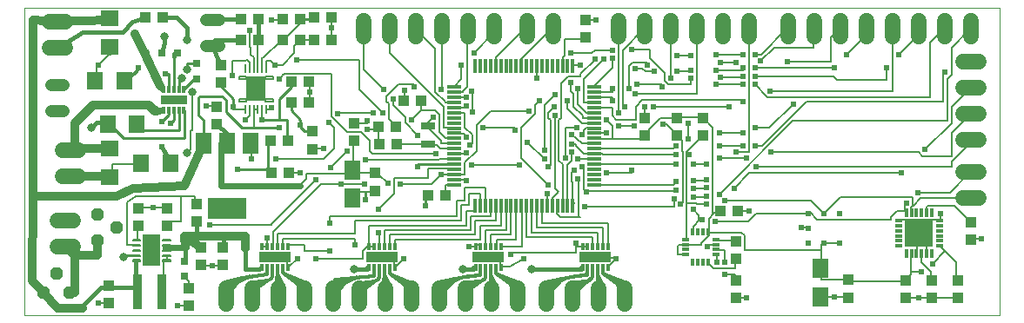
<source format=gtl>
G75*
%MOIN*%
%OFA0B0*%
%FSLAX24Y24*%
%IPPOS*%
%LPD*%
%AMOC8*
5,1,8,0,0,1.08239X$1,22.5*
%
%ADD10C,0.0000*%
%ADD11R,0.0120X0.0260*%
%ADD12R,0.0990X0.0370*%
%ADD13C,0.0220*%
%ADD14R,0.0709X0.0630*%
%ADD15R,0.0315X0.0315*%
%ADD16C,0.0480*%
%ADD17R,0.0630X0.0710*%
%ADD18C,0.0600*%
%ADD19R,0.0080X0.0330*%
%ADD20R,0.0770X0.0960*%
%ADD21C,0.0060*%
%ADD22R,0.0394X0.0433*%
%ADD23R,0.0433X0.0394*%
%ADD24R,0.0591X0.0768*%
%ADD25R,0.0118X0.0531*%
%ADD26R,0.0531X0.0118*%
%ADD27OC8,0.0480*%
%ADD28R,0.0650X0.1220*%
%ADD29C,0.0055*%
%ADD30C,0.0270*%
%ADD31R,0.0380X0.1320*%
%ADD32C,0.0591*%
%ADD33R,0.1220X0.0390*%
%ADD34R,0.0590X0.0790*%
%ADD35R,0.1500X0.0790*%
%ADD36R,0.0551X0.0276*%
%ADD37R,0.0236X0.0197*%
%ADD38R,0.0197X0.0236*%
%ADD39R,0.0315X0.0118*%
%ADD40R,0.0118X0.0315*%
%ADD41R,0.0315X0.0138*%
%ADD42R,0.0138X0.0335*%
%ADD43R,0.1102X0.1024*%
%ADD44C,0.0160*%
%ADD45C,0.0120*%
%ADD46C,0.0320*%
%ADD47C,0.0240*%
%ADD48C,0.0100*%
%ADD49C,0.0080*%
%ADD50C,0.0356*%
%ADD51C,0.0360*%
%ADD52C,0.0317*%
%ADD53C,0.0240*%
D10*
X000559Y000331D02*
X000559Y012142D01*
X037929Y012142D01*
X037929Y000331D01*
X000559Y000331D01*
D11*
X009669Y002171D03*
X009859Y002171D03*
X010059Y002171D03*
X010259Y002171D03*
X010459Y002171D03*
X010649Y002171D03*
X010649Y002971D03*
X010459Y002971D03*
X010259Y002971D03*
X010059Y002971D03*
X009859Y002971D03*
X009669Y002971D03*
X013769Y002971D03*
X013959Y002971D03*
X014159Y002971D03*
X014359Y002971D03*
X014559Y002971D03*
X014749Y002971D03*
X014749Y002171D03*
X014559Y002171D03*
X014359Y002171D03*
X014159Y002171D03*
X013959Y002171D03*
X013769Y002171D03*
X017849Y002181D03*
X018039Y002181D03*
X018239Y002181D03*
X018439Y002181D03*
X018639Y002181D03*
X018829Y002181D03*
X018829Y002981D03*
X018639Y002981D03*
X018439Y002981D03*
X018239Y002981D03*
X018039Y002981D03*
X017849Y002981D03*
X021949Y002971D03*
X022139Y002971D03*
X022339Y002971D03*
X022539Y002971D03*
X022739Y002971D03*
X022929Y002971D03*
X022929Y002171D03*
X022739Y002171D03*
X022539Y002171D03*
X022339Y002171D03*
X022139Y002171D03*
X021949Y002171D03*
X006672Y008209D03*
X006482Y008209D03*
X006282Y008209D03*
X006082Y008209D03*
X005892Y008209D03*
X005892Y009009D03*
X006082Y009009D03*
X006282Y009009D03*
X006482Y009009D03*
X006672Y009009D03*
D12*
X006282Y008609D03*
D13*
X006282Y008609D03*
X006592Y008609D03*
X005972Y008609D03*
X009267Y008720D03*
X009587Y008720D03*
X009587Y009030D03*
X009267Y009030D03*
X009267Y009340D03*
X009587Y009340D03*
D14*
X003809Y010625D03*
X003809Y011727D03*
X003809Y006727D03*
X003809Y005625D03*
D15*
X006699Y002416D03*
X006699Y001826D03*
X007149Y009400D03*
X007149Y009991D03*
X006414Y010416D03*
X005823Y010416D03*
D16*
X007528Y010653D02*
X008008Y010653D01*
X008008Y011653D02*
X007528Y011653D01*
X002069Y009176D02*
X001589Y009176D01*
X001589Y008176D02*
X002069Y008176D01*
D17*
X003749Y007676D03*
X004868Y007676D03*
X005029Y006156D03*
X006148Y006156D03*
X004388Y009336D03*
X003269Y009336D03*
D18*
X002129Y010596D02*
X001529Y010596D01*
X001529Y011596D02*
X002129Y011596D01*
X013559Y011631D02*
X013559Y011031D01*
X014559Y011031D02*
X014559Y011631D01*
X015559Y011631D02*
X015559Y011031D01*
X016559Y011031D02*
X016559Y011631D01*
X017559Y011631D02*
X017559Y011031D01*
X018559Y011031D02*
X018559Y011631D01*
X019809Y011631D02*
X019809Y011031D01*
X020809Y011031D02*
X020809Y011631D01*
X023309Y011631D02*
X023309Y011031D01*
X024309Y011031D02*
X024309Y011631D01*
X025309Y011631D02*
X025309Y011031D01*
X026309Y011031D02*
X026309Y011631D01*
X027309Y011631D02*
X027309Y011031D01*
X028309Y011031D02*
X028309Y011631D01*
X029809Y011631D02*
X029809Y011031D01*
X030809Y011031D02*
X030809Y011631D01*
X031809Y011631D02*
X031809Y011031D01*
X032809Y011031D02*
X032809Y011631D01*
X033809Y011631D02*
X033809Y011031D01*
X034809Y011031D02*
X034809Y011631D01*
X035809Y011631D02*
X035809Y011031D01*
X036809Y011031D02*
X036809Y011631D01*
X037109Y010081D02*
X036509Y010081D01*
X036509Y009081D02*
X037109Y009081D01*
X037109Y008081D02*
X036509Y008081D01*
X036509Y007081D02*
X037109Y007081D01*
X037109Y005831D02*
X036509Y005831D01*
X036509Y004831D02*
X037109Y004831D01*
X023559Y001381D02*
X023559Y000781D01*
X022559Y000781D02*
X022559Y001381D01*
X021559Y001381D02*
X021559Y000781D01*
X020559Y000781D02*
X020559Y001381D01*
X019469Y001381D02*
X019469Y000781D01*
X018469Y000781D02*
X018469Y001381D01*
X017469Y001381D02*
X017469Y000781D01*
X016469Y000781D02*
X016469Y001381D01*
X015379Y001381D02*
X015379Y000781D01*
X014379Y000781D02*
X014379Y001381D01*
X013379Y001381D02*
X013379Y000781D01*
X012379Y000781D02*
X012379Y001381D01*
X011289Y001381D02*
X011289Y000781D01*
X010289Y000781D02*
X010289Y001381D01*
X009289Y001381D02*
X009289Y000781D01*
X008289Y000781D02*
X008289Y001381D01*
X002609Y005676D02*
X002009Y005676D01*
X002009Y006676D02*
X002609Y006676D01*
D19*
X009037Y008250D03*
X009187Y008250D03*
X009347Y008250D03*
X009507Y008250D03*
X009667Y008250D03*
X009817Y008250D03*
X009817Y009810D03*
X009667Y009810D03*
X009507Y009810D03*
X009347Y009810D03*
X009187Y009810D03*
X009037Y009810D03*
D20*
X009427Y009030D03*
D21*
X009807Y009410D02*
X009807Y009510D01*
X010077Y009510D01*
X010077Y009410D01*
X009807Y009410D01*
X009047Y009410D02*
X009047Y009510D01*
X008777Y009510D01*
X008777Y009410D01*
X009047Y009410D01*
X009047Y008650D02*
X009047Y008550D01*
X008777Y008550D01*
X008777Y008650D01*
X009047Y008650D01*
X009807Y008650D02*
X009807Y008550D01*
X010077Y008550D01*
X010077Y008650D01*
X009807Y008650D01*
D22*
X007919Y008346D03*
X007919Y007676D03*
X009984Y007051D03*
X010653Y007051D03*
X011599Y007386D03*
X011599Y006716D03*
X013999Y005786D03*
X013999Y005116D03*
X008159Y002936D03*
X007309Y002936D03*
X007309Y002266D03*
X008159Y002266D03*
X004919Y003754D03*
X004919Y004423D03*
X003795Y001468D03*
X003795Y000799D03*
X024309Y007246D03*
X024309Y007916D03*
X036809Y003916D03*
X036809Y003246D03*
X032109Y001686D03*
X032109Y001016D03*
X034309Y000996D03*
X035309Y000996D03*
X036309Y000996D03*
X036309Y001666D03*
X035309Y001666D03*
X034309Y001666D03*
X027809Y001666D03*
X027809Y000996D03*
X027809Y002496D03*
X027809Y003166D03*
X009533Y010891D03*
X008864Y010891D03*
X010464Y011691D03*
X011133Y011691D03*
X005853Y011771D03*
X005184Y011771D03*
D23*
X008864Y011691D03*
X009533Y011691D03*
X011663Y011773D03*
X012332Y011773D03*
X012332Y010893D03*
X011663Y010893D03*
X011133Y010891D03*
X010464Y010891D03*
X008079Y009946D03*
X008079Y009276D03*
X010784Y009291D03*
X011453Y009291D03*
X011453Y008491D03*
X010784Y008491D03*
X013199Y007706D03*
X014134Y007581D03*
X014803Y007581D03*
X013199Y007036D03*
X014144Y006891D03*
X014813Y006891D03*
X010694Y005804D03*
X010025Y005804D03*
X007149Y004596D03*
X006009Y004446D03*
X007149Y003926D03*
X006009Y003776D03*
X006859Y001356D03*
X006859Y000686D03*
X016024Y004931D03*
X016693Y004931D03*
X025559Y007246D03*
X026559Y007246D03*
X026559Y007916D03*
X025559Y007916D03*
X022059Y010996D03*
X022059Y011666D03*
X015773Y008571D03*
X015104Y008571D03*
X027224Y004331D03*
X027893Y004331D03*
D24*
X031059Y002122D03*
X031059Y001040D03*
X013119Y004830D03*
X013119Y005912D03*
D25*
X017828Y004534D03*
X018025Y004534D03*
X018222Y004534D03*
X018419Y004534D03*
X018616Y004534D03*
X018813Y004534D03*
X019010Y004534D03*
X019206Y004534D03*
X019403Y004534D03*
X019600Y004534D03*
X019797Y004534D03*
X019994Y004534D03*
X020191Y004534D03*
X020388Y004534D03*
X020584Y004534D03*
X020781Y004534D03*
X020978Y004534D03*
X021175Y004534D03*
X021372Y004534D03*
X021569Y004534D03*
X021569Y009908D03*
X021372Y009908D03*
X021175Y009908D03*
X020978Y009908D03*
X020781Y009908D03*
X020584Y009908D03*
X020388Y009908D03*
X020191Y009908D03*
X019994Y009908D03*
X019797Y009908D03*
X019600Y009908D03*
X019403Y009908D03*
X019206Y009908D03*
X019010Y009908D03*
X018813Y009908D03*
X018616Y009908D03*
X018419Y009908D03*
X018222Y009908D03*
X018025Y009908D03*
X017828Y009908D03*
D26*
X017012Y009091D03*
X017012Y008894D03*
X017012Y008697D03*
X017012Y008500D03*
X017012Y008304D03*
X017012Y008107D03*
X017012Y007910D03*
X017012Y007713D03*
X017012Y007516D03*
X017012Y007319D03*
X017012Y007123D03*
X017012Y006926D03*
X017012Y006729D03*
X017012Y006532D03*
X017012Y006335D03*
X017012Y006138D03*
X017012Y005941D03*
X017012Y005745D03*
X017012Y005548D03*
X017012Y005351D03*
X022386Y005351D03*
X022386Y005548D03*
X022386Y005745D03*
X022386Y005941D03*
X022386Y006138D03*
X022386Y006335D03*
X022386Y006532D03*
X022386Y006729D03*
X022386Y006926D03*
X022386Y007123D03*
X022386Y007319D03*
X022386Y007516D03*
X022386Y007713D03*
X022386Y007910D03*
X022386Y008107D03*
X022386Y008304D03*
X022386Y008500D03*
X022386Y008697D03*
X022386Y008894D03*
X022386Y009091D03*
D27*
X004093Y003707D03*
X003343Y003207D03*
X003343Y004207D03*
X001789Y001951D03*
X002289Y001201D03*
X001289Y001201D03*
D28*
X005431Y002821D03*
D29*
X005872Y002849D02*
X006152Y002849D01*
X006152Y002793D01*
X005872Y002793D01*
X005872Y002849D01*
X005872Y002847D02*
X006152Y002847D01*
X006152Y003046D02*
X005872Y003046D01*
X006152Y003046D02*
X006152Y002990D01*
X005872Y002990D01*
X005872Y003046D01*
X005872Y003044D02*
X006152Y003044D01*
X006152Y003243D02*
X005872Y003243D01*
X006152Y003243D02*
X006152Y003187D01*
X005872Y003187D01*
X005872Y003243D01*
X005872Y003241D02*
X006152Y003241D01*
X004990Y003187D02*
X004710Y003187D01*
X004710Y003243D01*
X004990Y003243D01*
X004990Y003187D01*
X004990Y003241D02*
X004710Y003241D01*
X004710Y002990D02*
X004990Y002990D01*
X004710Y002990D02*
X004710Y003046D01*
X004990Y003046D01*
X004990Y002990D01*
X004990Y003044D02*
X004710Y003044D01*
X004710Y002793D02*
X004990Y002793D01*
X004710Y002793D02*
X004710Y002849D01*
X004990Y002849D01*
X004990Y002793D01*
X004990Y002847D02*
X004710Y002847D01*
X004710Y002596D02*
X004990Y002596D01*
X004710Y002596D02*
X004710Y002652D01*
X004990Y002652D01*
X004990Y002596D01*
X004990Y002650D02*
X004710Y002650D01*
X004710Y002399D02*
X004990Y002399D01*
X004710Y002399D02*
X004710Y002455D01*
X004990Y002455D01*
X004990Y002399D01*
X004990Y002453D02*
X004710Y002453D01*
X005872Y002455D02*
X006152Y002455D01*
X006152Y002399D01*
X005872Y002399D01*
X005872Y002455D01*
X005872Y002453D02*
X006152Y002453D01*
X006152Y002652D02*
X005872Y002652D01*
X006152Y002652D02*
X006152Y002596D01*
X005872Y002596D01*
X005872Y002652D01*
X005872Y002650D02*
X006152Y002650D01*
D30*
X005601Y002521D03*
X005261Y002521D03*
X005431Y002821D03*
X005261Y003121D03*
X005601Y003121D03*
D31*
X005821Y001231D03*
X004891Y001231D03*
D32*
X002429Y002981D02*
X001838Y002981D01*
X001838Y003981D02*
X002429Y003981D01*
D33*
X010159Y002571D03*
X014259Y002571D03*
X018339Y002581D03*
X022439Y002571D03*
D34*
X009209Y006931D03*
X008309Y006931D03*
X007409Y006931D03*
D35*
X008319Y004451D03*
D36*
X016019Y006916D03*
X016019Y007586D03*
D37*
X030598Y004242D03*
X031189Y004242D03*
X031779Y004242D03*
X031779Y003100D03*
X031189Y003100D03*
X030598Y003100D03*
D38*
X030598Y003671D03*
D39*
X027059Y003246D03*
X027059Y003049D03*
X027059Y002853D03*
X027059Y002656D03*
X025878Y002656D03*
X025878Y002853D03*
X025878Y003049D03*
X025878Y003246D03*
D40*
X026173Y003541D03*
X026370Y003541D03*
X026567Y003541D03*
X026764Y003541D03*
X026764Y002360D03*
X026567Y002360D03*
X026370Y002360D03*
X026173Y002360D03*
D41*
X034051Y002989D03*
X034051Y003186D03*
X034051Y003383D03*
X034051Y003579D03*
X034051Y003776D03*
X034051Y003973D03*
X035626Y003973D03*
X035626Y003776D03*
X035626Y003579D03*
X035626Y003383D03*
X035626Y003186D03*
X035626Y002989D03*
D42*
X035331Y002703D03*
X035134Y002703D03*
X034937Y002703D03*
X034740Y002703D03*
X034543Y002703D03*
X034346Y002703D03*
X034346Y004259D03*
X034543Y004259D03*
X034740Y004259D03*
X034937Y004259D03*
X035134Y004259D03*
X035331Y004259D03*
D43*
X034839Y003481D03*
D44*
X021879Y002091D02*
X019979Y002091D01*
X017759Y002091D02*
X017359Y002091D01*
X013699Y002091D02*
X013189Y002091D01*
X009569Y002101D02*
X009519Y002091D01*
X009039Y002091D01*
X009039Y002891D01*
X008179Y002971D02*
X008159Y002936D01*
X008179Y002971D02*
X008179Y003371D01*
X007159Y003371D02*
X007159Y003871D01*
X007149Y003926D01*
X006719Y002921D02*
X006719Y002496D01*
X006699Y002416D01*
X006149Y002921D02*
X005922Y002921D01*
X004809Y002331D02*
X004809Y001411D01*
X004879Y001411D01*
X004879Y001231D01*
X004891Y001231D01*
X004809Y001411D02*
X003799Y001411D01*
X003795Y001468D01*
X003739Y001411D01*
X003499Y001411D01*
X002839Y000751D01*
X002799Y000611D01*
X006148Y006156D02*
X006179Y006146D01*
X005809Y006796D01*
X007919Y007676D02*
X008309Y007286D01*
X008309Y006931D01*
X003729Y007736D02*
X003323Y007736D01*
X003119Y007531D01*
X008048Y009955D02*
X008079Y009946D01*
X008048Y009955D02*
X007768Y010653D01*
X007846Y010891D01*
X008864Y010891D01*
X009533Y010891D02*
X009533Y011691D01*
X008864Y011691D02*
X007889Y011691D01*
X007768Y011653D01*
X006799Y011371D02*
X006799Y010891D01*
X005919Y010800D02*
X005919Y011051D01*
X005919Y010800D02*
X005823Y010416D01*
X006282Y010284D02*
X006284Y010305D01*
X006288Y010325D01*
X006296Y010344D01*
X006307Y010362D01*
X006321Y010377D01*
X006336Y010391D01*
X006354Y010402D01*
X006373Y010410D01*
X006393Y010414D01*
X006414Y010416D01*
X005179Y010411D02*
X005151Y010398D01*
X003809Y010406D02*
X003809Y010625D01*
X003809Y010656D01*
X004319Y011211D02*
X002804Y011211D01*
X001829Y010596D01*
X004319Y011211D02*
X004704Y011596D01*
X005184Y011771D01*
X005853Y011771D02*
X006399Y011771D01*
X006799Y011371D01*
D45*
X003809Y011676D02*
X003809Y011727D01*
X004929Y009836D02*
X004848Y009676D01*
X004388Y009336D01*
X005759Y009131D02*
X005839Y009131D01*
X005839Y008986D01*
X005839Y008971D01*
X005839Y008986D02*
X005889Y009036D01*
X005892Y009009D01*
X005839Y008251D02*
X005519Y008251D01*
X005759Y008091D02*
X005839Y008171D01*
X005839Y008251D01*
X005892Y008209D02*
X005774Y008091D01*
X005759Y008091D01*
X006289Y008156D02*
X006282Y008209D01*
X006672Y008209D02*
X006689Y008156D01*
X005108Y007436D02*
X004868Y007676D01*
X003809Y007656D02*
X003749Y007676D01*
X003729Y007736D01*
X003809Y006727D02*
X003809Y006716D01*
X002369Y006716D01*
X003809Y005676D02*
X003809Y005625D01*
X003809Y005596D01*
X009569Y002101D02*
X009669Y002171D01*
X009859Y002171D02*
X009859Y001891D01*
X009399Y001851D01*
X008239Y001611D01*
X008879Y001771D01*
X008079Y001291D01*
X008719Y001611D01*
X008399Y001291D01*
X008159Y001311D02*
X008079Y001451D01*
X008159Y001311D02*
X009179Y001831D01*
X009399Y001851D02*
X008899Y001771D01*
X008289Y001081D01*
X009289Y001081D02*
X009359Y001451D01*
X009879Y001671D01*
X009359Y001611D01*
X009359Y001451D01*
X009359Y001291D01*
X009879Y001671D01*
X010019Y001751D01*
X010059Y001831D01*
X010059Y002171D01*
X010259Y002171D02*
X010259Y001931D01*
X010239Y001691D01*
X010289Y001081D01*
X010919Y001671D02*
X011289Y001081D01*
X011039Y001531D02*
X010499Y001931D01*
X011279Y001611D01*
X010919Y001671D01*
X010319Y001771D02*
X010319Y001451D01*
X010479Y001451D01*
X010259Y001931D01*
X010319Y001771D01*
X010239Y001691D01*
X010159Y001451D01*
X010259Y001451D01*
X010259Y001931D01*
X010459Y001971D02*
X010459Y002171D01*
X010459Y001971D02*
X011039Y001531D01*
X012179Y001411D02*
X012259Y001271D01*
X013279Y001791D01*
X013499Y001811D02*
X012999Y001731D01*
X012389Y001041D01*
X012379Y001081D02*
X012459Y001711D01*
X013959Y001851D01*
X013499Y001811D01*
X012339Y001571D01*
X012979Y001731D01*
X012179Y001251D01*
X012819Y001571D01*
X012499Y001251D01*
X013379Y001081D02*
X013459Y001351D01*
X014099Y001691D01*
X014159Y001811D01*
X014159Y002171D01*
X014159Y002131D02*
X014159Y001791D01*
X014119Y001711D01*
X013979Y001631D01*
X013459Y001411D01*
X013389Y001041D01*
X013459Y001251D02*
X013459Y001411D01*
X013459Y001571D01*
X013979Y001631D01*
X013459Y001251D01*
X014259Y001411D02*
X014339Y001651D01*
X014389Y001041D01*
X014379Y001011D02*
X014379Y001081D01*
X014379Y001011D02*
X014359Y002171D01*
X014359Y002131D02*
X014359Y001891D01*
X014339Y001651D01*
X014419Y001731D01*
X014419Y001411D01*
X014579Y001411D01*
X014359Y001891D01*
X014419Y001731D01*
X014359Y001891D02*
X014359Y001411D01*
X014259Y001411D01*
X014599Y001891D02*
X015139Y001491D01*
X014559Y001931D01*
X014559Y002131D01*
X014559Y002171D02*
X014559Y001931D01*
X014599Y001891D01*
X015379Y001571D01*
X015019Y001631D01*
X015389Y001041D01*
X015379Y001081D02*
X015339Y001451D01*
X014599Y001891D01*
X013959Y001851D02*
X013959Y002131D01*
X013959Y002171D02*
X013959Y001851D01*
X013699Y002091D02*
X013699Y002171D01*
X013769Y002171D01*
X016259Y001431D02*
X016339Y001291D01*
X017359Y001811D01*
X017179Y001771D02*
X016459Y001411D01*
X016469Y001081D01*
X016469Y001061D02*
X017079Y001751D01*
X017579Y001831D01*
X016419Y001591D01*
X017059Y001751D01*
X016259Y001271D01*
X016899Y001591D01*
X016579Y001271D01*
X017469Y001081D02*
X017599Y001431D01*
X018179Y001711D01*
X018239Y001791D01*
X018239Y002181D01*
X018239Y002151D02*
X018239Y001811D01*
X018199Y001731D01*
X018059Y001651D01*
X017539Y001431D01*
X017469Y001061D01*
X017539Y001271D02*
X017539Y001431D01*
X017539Y001591D01*
X018059Y001651D01*
X017539Y001271D01*
X018339Y001431D02*
X018419Y001671D01*
X018469Y001061D01*
X018469Y001081D02*
X018439Y002181D01*
X018439Y002151D02*
X018439Y001911D01*
X018419Y001671D01*
X018499Y001751D01*
X018499Y001431D01*
X018659Y001431D01*
X018439Y001911D01*
X018499Y001751D01*
X018439Y001911D02*
X018439Y001431D01*
X018339Y001431D01*
X018679Y001911D02*
X019219Y001511D01*
X018639Y001951D01*
X018639Y002151D01*
X018639Y002181D02*
X018639Y001951D01*
X019459Y001411D01*
X019469Y001081D01*
X019469Y001061D02*
X019099Y001651D01*
X019459Y001591D01*
X018679Y001911D01*
X018039Y001871D02*
X018039Y002151D01*
X018039Y002181D02*
X018039Y001871D01*
X017579Y001831D01*
X017179Y001771D02*
X018039Y001871D01*
X017759Y002091D02*
X017759Y002181D01*
X017849Y002181D01*
X020359Y001431D02*
X020439Y001291D01*
X021359Y001781D01*
X020739Y001511D01*
X020559Y001081D01*
X020569Y001061D02*
X021179Y001751D01*
X021679Y001831D01*
X020519Y001591D01*
X021159Y001751D01*
X020359Y001271D01*
X020999Y001591D01*
X020679Y001271D01*
X021559Y001081D02*
X022059Y001571D01*
X022339Y001791D01*
X022339Y002171D01*
X022339Y002151D02*
X022339Y001811D01*
X022299Y001731D01*
X022159Y001651D01*
X021639Y001431D01*
X021569Y001061D01*
X021639Y001271D02*
X021639Y001431D01*
X021639Y001591D01*
X022159Y001651D01*
X021639Y001271D01*
X022439Y001431D02*
X022519Y001671D01*
X022569Y001061D01*
X022559Y001081D02*
X022539Y002171D01*
X022539Y002151D02*
X022539Y001911D01*
X022519Y001671D01*
X022599Y001751D01*
X022599Y001431D01*
X022759Y001431D01*
X022539Y001911D01*
X022599Y001751D01*
X022539Y001911D02*
X022539Y001431D01*
X022439Y001431D01*
X022779Y001911D02*
X023319Y001511D01*
X022739Y001951D01*
X022739Y002151D01*
X022739Y002171D02*
X022739Y001951D01*
X023599Y001391D01*
X023559Y001081D01*
X023569Y001061D02*
X023199Y001651D01*
X023559Y001591D01*
X022779Y001911D01*
X022139Y001891D02*
X021359Y001781D01*
X021679Y001831D02*
X022139Y001871D01*
X022139Y002131D01*
X022139Y002171D02*
X022139Y001891D01*
X021879Y002091D02*
X021879Y002171D01*
X021949Y002171D01*
X010173Y009931D02*
X010159Y009931D01*
D46*
X005759Y009131D02*
X005151Y010398D01*
X004799Y011131D01*
X003809Y011727D02*
X003757Y011676D01*
X001829Y011596D01*
X000889Y011676D01*
X000889Y004891D01*
X004079Y004891D01*
X004719Y005211D01*
X006679Y005291D01*
X007409Y006931D01*
X005614Y008156D02*
X005559Y008156D01*
X005309Y008406D01*
X003193Y008406D01*
X002479Y007691D01*
X002479Y006846D01*
X002599Y006727D02*
X002269Y006727D01*
X002599Y006727D02*
X003809Y006727D01*
X003809Y005676D02*
X002309Y005676D01*
X000889Y004891D02*
X000869Y001681D01*
X001289Y001201D01*
X001819Y000611D01*
X002799Y000611D01*
X002479Y001211D02*
X002479Y002641D01*
X003343Y002641D01*
X003343Y003207D01*
X002479Y002641D02*
X002133Y002981D01*
X006719Y002921D02*
X006704Y003371D01*
X007159Y003371D01*
X008179Y003371D01*
X009039Y003371D01*
X009039Y002891D01*
X007309Y002936D02*
X006704Y003371D01*
X002479Y001211D02*
X002289Y001201D01*
X005614Y008156D02*
X005519Y008251D01*
D47*
X005809Y007756D03*
X006169Y007716D03*
X007519Y008371D03*
X008559Y008331D03*
X009039Y007851D03*
X009669Y007851D03*
X010039Y008301D03*
X011119Y007621D03*
X010319Y007531D03*
X012219Y007731D03*
X012559Y008071D03*
X013699Y007791D03*
X013699Y007471D03*
X015399Y007851D03*
X016219Y007931D03*
X017479Y008371D03*
X017479Y008691D03*
X017699Y008931D03*
X016539Y009011D03*
X015499Y009111D03*
X015119Y008971D03*
X014679Y008651D03*
X014339Y008991D03*
X014279Y008111D03*
X013939Y008111D03*
X011479Y008911D03*
X010319Y009391D03*
X010159Y009931D03*
X010999Y010151D03*
X008539Y009551D03*
X005969Y009596D03*
X004929Y009836D03*
X003379Y009931D03*
X009199Y011271D03*
X010039Y011671D03*
X012319Y011371D03*
X017299Y009931D03*
X017779Y010411D03*
X020179Y009451D03*
X021479Y009271D03*
X021759Y009051D03*
X020879Y008811D03*
X021359Y008571D03*
X020859Y008331D03*
X020879Y008011D03*
X019899Y008171D03*
X020299Y008571D03*
X017719Y008151D03*
X018119Y007531D03*
X017479Y007171D03*
X017639Y006871D03*
X017479Y006571D03*
X016339Y006551D03*
X015619Y006031D03*
X016519Y005731D03*
X017479Y005491D03*
X017679Y006091D03*
X019539Y006091D03*
X020479Y006331D03*
X020639Y006031D03*
X021279Y006371D03*
X021519Y006591D03*
X021519Y006911D03*
X021519Y007271D03*
X021919Y007271D03*
X021739Y007551D03*
X022859Y007351D03*
X023319Y007611D03*
X023919Y007591D03*
X022859Y007831D03*
X023319Y008091D03*
X023559Y008331D03*
X023079Y008571D03*
X023959Y008831D03*
X023719Y009051D03*
X024019Y009211D03*
X024979Y009111D03*
X025319Y009451D03*
X025559Y009691D03*
X026079Y009751D03*
X026079Y009431D03*
X027059Y009191D03*
X027239Y009471D03*
X028079Y009511D03*
X028079Y009831D03*
X027839Y010051D03*
X028079Y010331D03*
X028559Y010351D03*
X028759Y010091D03*
X028559Y009831D03*
X028559Y009511D03*
X028559Y009191D03*
X028079Y009191D03*
X029139Y008951D03*
X028079Y008531D03*
X027559Y008351D03*
X025999Y007691D03*
X025019Y007671D03*
X025999Y007111D03*
X025519Y006831D03*
X025539Y006511D03*
X026019Y006491D03*
X026179Y006151D03*
X025539Y006151D03*
X026699Y006151D03*
X027179Y006371D03*
X027839Y006611D03*
X028079Y006851D03*
X028559Y006851D03*
X029159Y006611D03*
X028239Y006371D03*
X028579Y006031D03*
X026699Y005551D03*
X026179Y005511D03*
X025539Y005471D03*
X025539Y005131D03*
X026179Y005191D03*
X026179Y004871D03*
X026699Y004911D03*
X027179Y004971D03*
X027399Y004731D03*
X026699Y004591D03*
X026179Y004391D03*
X025699Y004591D03*
X025459Y004811D03*
X026699Y005231D03*
X027759Y005211D03*
X028339Y004351D03*
X027019Y003931D03*
X026539Y003991D03*
X026719Y002971D03*
X027079Y002371D03*
X027379Y002371D03*
X027379Y001891D03*
X028219Y000991D03*
X031579Y001051D03*
X034819Y000991D03*
X034939Y002011D03*
X035359Y002311D03*
X037219Y003271D03*
X035659Y004231D03*
X034359Y004631D03*
X034779Y005051D03*
X034159Y005791D03*
X035059Y006691D03*
X030029Y008451D03*
X028569Y007521D03*
X028079Y007351D03*
X027179Y007351D03*
X027179Y006831D03*
X023839Y005911D03*
X022859Y005811D03*
X021919Y006051D03*
X021759Y006351D03*
X021619Y005891D03*
X021759Y005571D03*
X020639Y005331D03*
X020599Y005011D03*
X022099Y005071D03*
X022039Y004511D03*
X021679Y003091D03*
X023239Y002491D03*
X019679Y002491D03*
X019179Y002661D03*
X017599Y002971D03*
X015079Y002491D03*
X013219Y003031D03*
X012259Y002791D03*
X011719Y002491D03*
X011009Y002511D03*
X009039Y002891D03*
X009859Y003311D03*
X007649Y003791D03*
X005479Y004471D03*
X008719Y005931D03*
X009259Y006331D03*
X010199Y006321D03*
X011119Y005791D03*
X011719Y005531D03*
X012299Y006011D03*
X013619Y006311D03*
X012919Y006631D03*
X012019Y006751D03*
X014479Y005391D03*
X014959Y005371D03*
X013579Y005371D03*
X012679Y005371D03*
X013639Y004771D03*
X014119Y004411D03*
X015919Y004531D03*
X014119Y003511D03*
X012259Y003871D03*
X007759Y002251D03*
X006439Y000691D03*
X003379Y000811D03*
X020479Y006671D03*
X019839Y006971D03*
X019359Y007451D03*
X015639Y007251D03*
X023079Y009051D03*
X024319Y008351D03*
X024659Y008351D03*
X024699Y009691D03*
X023959Y009811D03*
X024439Y009951D03*
X025559Y010291D03*
X026079Y010291D03*
X027059Y010351D03*
X027219Y010051D03*
X027059Y009751D03*
X029779Y010071D03*
X031579Y009851D03*
X032059Y010331D03*
X033579Y009851D03*
X034059Y010331D03*
X035839Y009671D03*
X023839Y010531D03*
X023079Y010511D03*
X023079Y010191D03*
X022759Y010171D03*
X022419Y010171D03*
X021859Y009931D03*
X021499Y010391D03*
X022459Y011671D03*
X005809Y006796D03*
X030319Y003691D03*
D48*
X017012Y006138D02*
X015619Y006138D01*
X015619Y006031D01*
X013639Y005071D02*
X013639Y004771D01*
X013159Y004831D02*
X013119Y004830D01*
X013159Y004831D02*
X013159Y005071D01*
X015919Y004951D02*
X015919Y004531D01*
X010025Y005804D02*
X009898Y005931D01*
X009898Y006965D01*
X009984Y007051D01*
X010639Y007051D02*
X010653Y007051D01*
X010639Y007051D02*
X010639Y007851D01*
X010319Y007851D01*
X010319Y008651D01*
X010784Y009116D01*
X010784Y009291D01*
X010784Y008491D02*
X010784Y008186D01*
X011119Y007851D01*
X011119Y007621D01*
X011119Y007560D01*
X011293Y007386D01*
X011599Y007386D01*
X010319Y007531D02*
X009359Y007531D01*
X008879Y007531D01*
X008289Y008121D01*
X008289Y008601D01*
X008139Y008751D01*
X007279Y008751D01*
X007219Y008691D01*
X007219Y008011D01*
X007409Y007821D01*
X007409Y006931D01*
X006689Y007126D02*
X004369Y007126D01*
X003809Y007656D01*
X005108Y007436D02*
X006482Y007436D01*
X006482Y008209D01*
X006289Y008156D02*
X006289Y007836D01*
X006169Y007716D01*
X006082Y008029D02*
X005809Y007756D01*
X006082Y008029D02*
X006082Y008209D01*
X006689Y008156D02*
X006689Y007126D01*
X009669Y007851D02*
X010319Y007851D01*
X009359Y008238D02*
X009347Y008250D01*
X008559Y008331D02*
X008559Y008651D01*
X008079Y009131D01*
X008079Y009276D01*
X007149Y009400D02*
X007063Y009400D01*
X006672Y009009D01*
X006482Y009009D02*
X006482Y009314D01*
X006589Y009421D01*
X006082Y009596D02*
X006082Y009009D01*
X006282Y009009D02*
X006282Y010284D01*
X006799Y009991D02*
X006799Y009771D01*
X006799Y009991D02*
X007149Y009991D01*
X006082Y009596D02*
X005969Y009596D01*
X009507Y010864D02*
X009533Y010891D01*
X011133Y011691D02*
X011581Y011691D01*
X011663Y011773D01*
X009898Y005931D02*
X008719Y005931D01*
X006012Y003018D02*
X006012Y002821D01*
X006199Y002921D01*
X006012Y002921D02*
X006012Y002821D01*
X006012Y002921D02*
X005922Y002921D01*
X004850Y002624D02*
X004402Y002624D01*
X004349Y002571D01*
X004809Y002331D02*
X004850Y002331D01*
X004850Y002427D01*
D49*
X005261Y002521D02*
X005279Y002531D01*
X005599Y002531D01*
X005431Y002821D01*
X005419Y002851D01*
X004850Y003018D02*
X004819Y003031D01*
X004499Y003031D01*
X004499Y004661D01*
X004819Y004891D01*
X006569Y004891D01*
X006569Y003921D01*
X006019Y003931D01*
X006009Y003776D01*
X004919Y003754D02*
X004879Y003751D01*
X004879Y003211D01*
X004850Y003215D01*
X006012Y002624D02*
X006019Y002611D01*
X006019Y002431D01*
X006012Y002427D01*
X005959Y002431D01*
X005899Y002371D01*
X005899Y001291D01*
X005839Y001231D01*
X005821Y001231D01*
X006859Y001356D02*
X006859Y001651D01*
X006739Y001771D01*
X006699Y001826D01*
X007309Y002266D02*
X007339Y002251D01*
X007759Y002251D01*
X008119Y002251D01*
X008159Y002266D01*
X010159Y002551D02*
X010159Y002571D01*
X010159Y002551D02*
X010639Y002551D01*
X010639Y002191D01*
X010649Y002171D01*
X010699Y002191D01*
X011009Y002511D01*
X011299Y002791D02*
X011299Y003031D01*
X010649Y003031D01*
X010649Y002971D01*
X010459Y002971D02*
X010459Y003271D01*
X013219Y003271D01*
X013219Y003031D01*
X013519Y002791D02*
X013759Y003031D01*
X013769Y002971D01*
X013769Y003781D01*
X017479Y003781D01*
X017479Y004351D01*
X017809Y004351D01*
X017809Y004534D01*
X017828Y004534D01*
X018019Y004534D02*
X018019Y005011D01*
X017599Y005011D01*
X017599Y004561D01*
X017299Y004561D01*
X017299Y003961D01*
X013219Y003961D01*
X013219Y003481D01*
X010259Y003481D01*
X010259Y002971D01*
X010079Y002991D02*
X010079Y003191D01*
X010099Y003211D01*
X010099Y003551D01*
X011879Y005331D01*
X011879Y005351D01*
X011899Y005371D01*
X012679Y005371D01*
X013579Y005371D01*
X013639Y005371D01*
X013639Y005071D02*
X013159Y005071D01*
X013639Y005071D02*
X013999Y005071D01*
X013999Y005116D01*
X014119Y004411D02*
X014719Y005011D01*
X014719Y005611D01*
X016039Y005611D01*
X016039Y005971D01*
X017012Y005971D01*
X017012Y005941D01*
X016999Y005971D01*
X017012Y005745D02*
X017099Y005731D01*
X017439Y005731D01*
X017439Y006191D01*
X017879Y006631D01*
X017879Y007631D01*
X018419Y008171D01*
X019899Y008171D01*
X020139Y008071D02*
X019599Y007531D01*
X019599Y006371D01*
X020639Y005331D01*
X020879Y005211D02*
X020879Y008011D01*
X021039Y007831D02*
X021119Y007911D01*
X021119Y009251D01*
X021379Y009511D01*
X021859Y009511D01*
X021859Y009591D01*
X022419Y010151D01*
X022419Y010171D01*
X022759Y010171D02*
X021999Y009411D01*
X021999Y008491D01*
X022299Y008491D01*
X022386Y008500D01*
X022339Y008491D01*
X022399Y008671D02*
X022386Y008697D01*
X022419Y008691D01*
X023079Y008691D01*
X023079Y008571D01*
X023479Y008411D02*
X023479Y010511D01*
X024299Y011331D01*
X024309Y011331D01*
X023319Y011331D02*
X023309Y011331D01*
X023319Y011331D02*
X023319Y008091D01*
X023219Y007851D02*
X023079Y007991D01*
X023079Y008311D01*
X022439Y008311D01*
X022386Y008304D01*
X022399Y008311D01*
X022359Y008111D02*
X022386Y008107D01*
X022399Y008071D01*
X022359Y008111D02*
X022079Y008111D01*
X021759Y008431D01*
X021759Y009051D01*
X021599Y008831D02*
X021479Y008951D01*
X021479Y009271D01*
X022379Y009131D02*
X022386Y009091D01*
X022399Y009091D01*
X022379Y009131D02*
X023079Y009831D01*
X023079Y010191D01*
X023719Y009911D02*
X023859Y010051D01*
X024439Y010051D01*
X024439Y009951D01*
X024239Y009811D02*
X024359Y009691D01*
X024699Y009691D01*
X025079Y009651D02*
X025079Y009351D01*
X025219Y009211D01*
X026079Y009211D01*
X026079Y009431D01*
X026079Y009691D02*
X025559Y009691D01*
X026079Y009691D02*
X026079Y009751D01*
X025319Y009451D02*
X025319Y011331D01*
X025309Y011331D01*
X026309Y011331D02*
X026319Y011331D01*
X026319Y008831D01*
X023959Y008831D01*
X024219Y008591D02*
X028079Y008591D01*
X028079Y008531D01*
X027559Y008351D02*
X024659Y008351D01*
X024319Y008351D02*
X024319Y007931D01*
X024309Y007916D01*
X023979Y007851D02*
X023979Y008351D01*
X024219Y008591D01*
X023559Y008331D02*
X023479Y008411D01*
X023219Y007851D02*
X023979Y007851D01*
X023919Y007591D02*
X023319Y007591D01*
X023319Y007611D01*
X023079Y007611D02*
X023079Y007471D01*
X023099Y007451D01*
X023099Y007111D01*
X022419Y007111D01*
X022386Y007123D01*
X022339Y007111D01*
X022339Y006931D02*
X022386Y006926D01*
X022299Y006931D01*
X021919Y006931D01*
X021519Y007271D01*
X021919Y007271D02*
X021999Y007351D01*
X021999Y007431D01*
X022099Y007531D01*
X022299Y007531D01*
X022386Y007516D01*
X022339Y007531D01*
X022419Y007331D02*
X022386Y007319D01*
X022399Y007291D01*
X022419Y007331D02*
X022859Y007331D01*
X022859Y007351D01*
X023099Y007111D02*
X024279Y007111D01*
X024279Y007231D01*
X024309Y007246D01*
X024319Y007251D01*
X024479Y007411D01*
X024479Y007471D01*
X024919Y007911D01*
X025559Y007911D01*
X025559Y007916D01*
X025579Y007931D01*
X026559Y007931D01*
X026559Y007916D01*
X026579Y007891D01*
X026939Y007531D01*
X026939Y004251D01*
X026959Y004231D01*
X026779Y004051D01*
X026779Y003571D01*
X026764Y003541D01*
X026779Y003511D01*
X028039Y003511D01*
X028159Y003391D01*
X028159Y002851D01*
X031099Y002851D01*
X031099Y003031D01*
X031159Y003091D01*
X031189Y003100D01*
X031219Y003091D01*
X031759Y003091D01*
X031779Y003100D01*
X031099Y002851D02*
X031099Y002131D01*
X031059Y002122D01*
X031099Y002071D01*
X031099Y001711D01*
X032059Y001711D01*
X032109Y001686D01*
X032119Y001651D01*
X034279Y001651D01*
X034309Y001666D01*
X034339Y001711D01*
X034519Y001891D01*
X034519Y002011D01*
X034939Y002011D01*
X035299Y002011D02*
X035299Y001711D01*
X035309Y001666D01*
X035299Y002011D02*
X034939Y002371D01*
X034939Y002671D01*
X034937Y002703D01*
X034759Y002731D02*
X034740Y002703D01*
X034759Y002731D02*
X034759Y003991D01*
X034839Y003481D01*
X035119Y003991D01*
X035119Y002731D01*
X035134Y002703D01*
X035359Y002311D02*
X035839Y002791D01*
X035659Y002971D01*
X035626Y002989D01*
X035839Y002791D02*
X036259Y002371D01*
X036259Y001711D01*
X036309Y001666D01*
X036309Y000996D02*
X036259Y000991D01*
X035359Y000991D01*
X035309Y000996D01*
X035299Y000991D01*
X034819Y000991D01*
X034339Y000991D01*
X034309Y000996D01*
X032109Y001016D02*
X032059Y001051D01*
X031579Y001051D01*
X031099Y001051D01*
X031059Y001040D01*
X028219Y000991D02*
X027859Y000991D01*
X027809Y000996D01*
X027809Y001666D02*
X027799Y001711D01*
X027799Y001891D01*
X027379Y001891D01*
X027799Y002131D02*
X026959Y002131D01*
X026779Y002311D01*
X026764Y002360D01*
X027079Y002371D02*
X027079Y002611D01*
X027059Y002656D01*
X027079Y002851D02*
X027059Y002853D01*
X027079Y002851D02*
X027379Y002851D01*
X027379Y002371D01*
X027799Y002491D02*
X027799Y002131D01*
X027799Y002491D02*
X027809Y002496D01*
X027059Y003049D02*
X027019Y003031D01*
X026719Y003031D01*
X026719Y002971D01*
X026479Y003031D02*
X026479Y003091D01*
X026779Y003391D01*
X026779Y003511D01*
X027059Y003246D02*
X027079Y003211D01*
X027799Y003211D01*
X027809Y003166D01*
X026479Y003031D02*
X025879Y003031D01*
X025878Y003049D01*
X025819Y003031D01*
X025639Y003031D01*
X025579Y002971D01*
X025579Y002671D01*
X025819Y002671D01*
X025878Y002656D01*
X025878Y003246D02*
X025879Y003271D01*
X025939Y003331D01*
X025939Y004631D01*
X026279Y004631D01*
X026319Y004591D01*
X026699Y004591D01*
X027019Y004291D02*
X026959Y004231D01*
X027019Y004291D02*
X027199Y004291D01*
X027224Y004331D01*
X027893Y004331D02*
X027919Y004351D01*
X028339Y004351D01*
X028579Y004231D02*
X028279Y003931D01*
X027019Y003931D01*
X026539Y003991D02*
X026419Y003991D01*
X026399Y004011D01*
X026399Y004171D01*
X026179Y004391D01*
X025779Y004671D02*
X025699Y004591D01*
X025779Y004671D02*
X025779Y006611D01*
X025759Y006631D01*
X025759Y007031D01*
X025559Y007231D01*
X025559Y007246D01*
X025539Y007271D01*
X025379Y007431D01*
X025379Y007451D01*
X025159Y007671D01*
X025019Y007671D01*
X025999Y007691D02*
X025999Y007111D01*
X025939Y006611D02*
X026559Y007231D01*
X026559Y007246D01*
X027179Y007351D02*
X028079Y007351D01*
X028569Y007521D02*
X029099Y007521D01*
X030029Y008451D01*
X030519Y008551D02*
X035759Y008551D01*
X035759Y009591D01*
X035839Y009671D01*
X036079Y009571D02*
X036079Y010611D01*
X036799Y011331D01*
X036809Y011331D01*
X035809Y011331D02*
X035799Y011331D01*
X035259Y010791D01*
X035259Y008711D01*
X029039Y008711D01*
X028559Y009191D01*
X028079Y009191D02*
X027059Y009191D01*
X027239Y009471D02*
X028079Y009471D01*
X028079Y009511D01*
X028079Y009751D02*
X027059Y009751D01*
X027219Y010051D02*
X027839Y010051D01*
X028079Y009831D02*
X028079Y009751D01*
X028559Y009831D02*
X031579Y009831D01*
X031579Y009851D01*
X031459Y010071D02*
X031459Y010991D01*
X031799Y011331D01*
X031809Y011331D01*
X030809Y011331D02*
X030799Y011331D01*
X030799Y010611D01*
X029279Y010611D01*
X028759Y010091D01*
X028779Y010351D02*
X029759Y011331D01*
X029809Y011331D01*
X028319Y011331D02*
X028309Y011331D01*
X028319Y011331D02*
X028319Y006611D01*
X027839Y006611D01*
X027739Y006831D02*
X027179Y006831D01*
X027739Y006831D02*
X027759Y006851D01*
X028079Y006851D01*
X028559Y006851D02*
X028819Y006851D01*
X030519Y008551D01*
X029139Y008951D02*
X033819Y008951D01*
X033819Y011331D01*
X033809Y011331D01*
X032809Y011331D02*
X032799Y011331D01*
X032799Y011071D01*
X032059Y010331D01*
X031459Y010071D02*
X029779Y010071D01*
X028779Y010351D02*
X028559Y010351D01*
X028079Y010331D02*
X028079Y010351D01*
X027059Y010351D01*
X026079Y010291D02*
X025559Y010291D01*
X025079Y009651D02*
X024539Y010191D01*
X024539Y010531D01*
X023839Y010531D01*
X023079Y010511D02*
X022419Y010511D01*
X022299Y010391D01*
X021499Y010391D01*
X021259Y010291D02*
X021199Y010231D01*
X021199Y009931D01*
X021175Y009908D01*
X021569Y009908D02*
X021619Y009931D01*
X021859Y009931D01*
X021259Y010291D02*
X021259Y010951D01*
X022039Y010951D01*
X022059Y010996D01*
X020809Y011331D02*
X020779Y011371D01*
X019579Y010171D01*
X019579Y009931D01*
X019600Y009908D01*
X020179Y009871D02*
X020191Y009908D01*
X020179Y009871D02*
X020179Y009451D01*
X020879Y008811D02*
X020479Y008411D01*
X020479Y006671D01*
X020479Y006331D02*
X019839Y006971D01*
X019359Y007451D02*
X019359Y007531D01*
X018119Y007531D01*
X017719Y007271D02*
X017719Y006951D01*
X017639Y006871D01*
X017479Y007171D02*
X017439Y007211D01*
X017439Y007311D01*
X017019Y007311D01*
X017012Y007319D01*
X017012Y007516D02*
X016999Y007531D01*
X016619Y007531D01*
X016619Y008331D01*
X014559Y010391D01*
X014559Y011331D01*
X015559Y011311D02*
X015559Y011331D01*
X015559Y011311D02*
X016299Y010571D01*
X016299Y008911D01*
X016679Y008531D01*
X016679Y008511D01*
X016999Y008511D01*
X017012Y008500D01*
X017019Y008691D02*
X017012Y008697D01*
X017019Y008691D02*
X017479Y008691D01*
X017359Y008911D02*
X017019Y008911D01*
X017012Y008894D01*
X017012Y009091D02*
X017019Y009111D01*
X017299Y009391D01*
X017299Y009931D01*
X018616Y009908D02*
X018619Y009931D01*
X018619Y010231D01*
X019759Y011371D01*
X019809Y011331D01*
X018559Y011331D02*
X018559Y011191D01*
X017779Y010411D01*
X017539Y011291D02*
X017559Y011331D01*
X017539Y011311D01*
X017539Y011291D02*
X017539Y009111D01*
X017359Y008931D01*
X017359Y008911D01*
X017699Y008931D02*
X017719Y008911D01*
X017719Y008151D01*
X017439Y008091D02*
X017439Y007551D01*
X017719Y007271D01*
X017012Y007123D02*
X016999Y007131D01*
X016699Y007131D01*
X016459Y007371D01*
X016459Y008031D01*
X016299Y008191D01*
X015779Y008191D01*
X015759Y008211D01*
X015759Y008571D01*
X015773Y008571D01*
X015759Y008211D02*
X015399Y007851D01*
X015159Y007931D02*
X015159Y007731D01*
X015639Y007251D01*
X016039Y007551D02*
X016019Y007586D01*
X016019Y007731D01*
X016219Y007931D01*
X017012Y008107D02*
X017019Y008091D01*
X017439Y008091D01*
X017479Y008311D02*
X017019Y008311D01*
X017012Y008304D01*
X017479Y008311D02*
X017479Y008371D01*
X016559Y009031D02*
X016559Y011331D01*
X016579Y011311D01*
X013559Y011331D02*
X013559Y009771D01*
X014339Y008991D01*
X014439Y008751D02*
X014899Y009211D01*
X015499Y009211D01*
X015499Y009111D01*
X015119Y008971D02*
X015119Y008571D01*
X015104Y008571D01*
X014679Y008651D02*
X014679Y008411D01*
X015159Y007931D01*
X014799Y007591D02*
X014519Y007871D01*
X014519Y008471D01*
X014439Y008551D01*
X014439Y008751D01*
X014279Y008111D02*
X013399Y008991D01*
X013399Y010151D01*
X010999Y010151D01*
X010899Y010391D02*
X010459Y009951D01*
X010219Y009951D01*
X010159Y009931D01*
X009999Y010091D01*
X009839Y010091D01*
X009817Y010069D01*
X009817Y009810D01*
X009667Y009810D02*
X009669Y009878D01*
X009669Y010211D01*
X009699Y010231D01*
X009739Y010231D01*
X010379Y010871D01*
X010439Y010871D01*
X010464Y010891D01*
X010479Y010891D01*
X011119Y011531D01*
X011119Y011651D01*
X011133Y011691D01*
X010464Y011691D02*
X010459Y011671D01*
X010039Y011671D01*
X009199Y011271D02*
X009199Y010631D01*
X009219Y010611D01*
X009219Y010351D01*
X009347Y010223D01*
X009347Y009810D01*
X009507Y009810D02*
X009507Y010864D01*
X010899Y010671D02*
X010899Y010391D01*
X010899Y010671D02*
X011099Y010871D01*
X011133Y010891D01*
X011659Y010891D01*
X011663Y010893D01*
X012332Y010893D02*
X012339Y010911D01*
X012339Y011351D01*
X012319Y011371D01*
X012319Y011731D01*
X012332Y011773D01*
X009187Y010023D02*
X009079Y010131D01*
X009039Y010111D01*
X008539Y010111D01*
X008539Y009551D01*
X009187Y009810D02*
X009187Y010023D01*
X010319Y009391D02*
X010439Y009511D01*
X010439Y009531D01*
X010519Y009611D01*
X012319Y009611D01*
X012319Y007971D01*
X012919Y007371D01*
X013459Y007371D01*
X013799Y007031D01*
X013799Y006651D01*
X013899Y006551D01*
X016339Y006551D01*
X016499Y006731D02*
X016359Y006871D01*
X016039Y006871D01*
X016019Y006916D01*
X016019Y006891D01*
X014813Y006891D01*
X014144Y006891D02*
X014139Y006891D01*
X014139Y007571D01*
X014134Y007581D01*
X014119Y007471D01*
X013699Y007471D01*
X013699Y007711D02*
X013199Y007711D01*
X013199Y007706D01*
X013699Y007711D02*
X013699Y007791D01*
X014799Y007591D02*
X014803Y007581D01*
X013939Y008111D02*
X012559Y008111D01*
X012559Y008071D01*
X012219Y007731D02*
X012419Y007531D01*
X012419Y006721D01*
X012019Y006321D01*
X010199Y006321D01*
X009259Y006331D02*
X009259Y006931D01*
X009209Y006931D01*
X009359Y007531D02*
X009359Y008238D01*
X009347Y008250D02*
X009507Y008250D01*
X009507Y008183D01*
X009667Y008238D02*
X009667Y008250D01*
X009669Y008238D02*
X009667Y008238D01*
X009669Y008238D02*
X009669Y007851D01*
X009187Y007999D02*
X009039Y007851D01*
X009187Y007999D02*
X009187Y008250D01*
X009037Y008250D02*
X008559Y008250D01*
X008559Y008331D01*
X007919Y008346D02*
X007879Y008371D01*
X007519Y008371D01*
X006979Y008891D02*
X006979Y007441D01*
X006919Y007441D01*
X006919Y006701D01*
X006779Y006561D01*
X005029Y006156D02*
X004999Y006151D01*
X003919Y006151D01*
X003919Y005791D01*
X003809Y005625D01*
X006569Y004891D02*
X007099Y004891D01*
X007099Y004651D01*
X007149Y004596D01*
X006009Y004446D02*
X005959Y004531D01*
X005959Y004471D01*
X005479Y004471D01*
X004939Y004471D01*
X004919Y004423D01*
X007649Y003791D02*
X009999Y003791D01*
X010019Y003811D01*
X010019Y003831D01*
X011719Y005531D01*
X011359Y005571D02*
X011179Y005391D01*
X011129Y005291D01*
X011359Y005571D02*
X011359Y005771D01*
X013139Y005771D01*
X013119Y005912D01*
X013159Y006011D01*
X013159Y006991D01*
X013199Y007031D01*
X013199Y007036D01*
X012919Y006631D02*
X012299Y006011D01*
X013119Y005912D02*
X013159Y005911D01*
X013159Y005791D01*
X013999Y005791D01*
X013999Y005786D01*
X014019Y005751D01*
X014119Y005751D01*
X014479Y005391D01*
X014959Y005371D02*
X016159Y005371D01*
X016519Y005731D01*
X016999Y005731D01*
X017012Y005745D01*
X017059Y005731D01*
X017059Y005551D02*
X017012Y005548D01*
X017059Y005551D02*
X017479Y005551D01*
X017479Y005491D01*
X017012Y005351D02*
X016693Y005351D01*
X016693Y004931D01*
X016024Y004931D02*
X015919Y004951D01*
X017119Y004741D02*
X017119Y004141D01*
X012259Y004141D01*
X012259Y003871D01*
X014119Y003511D02*
X014159Y003471D01*
X014159Y002971D01*
X014359Y002971D02*
X014359Y003601D01*
X017659Y003601D01*
X017659Y004141D01*
X018409Y004141D01*
X018409Y004534D01*
X018419Y004534D01*
X018229Y004534D02*
X018229Y005221D01*
X017419Y005221D01*
X017419Y004741D01*
X017119Y004741D01*
X018019Y004534D02*
X018025Y004534D01*
X018222Y004534D02*
X018229Y004534D01*
X018616Y004534D02*
X018616Y003961D01*
X017839Y003961D01*
X017839Y003421D01*
X014559Y003421D01*
X014559Y002971D01*
X014749Y002971D02*
X014749Y003241D01*
X018019Y003241D01*
X018019Y003781D01*
X018813Y003781D01*
X018813Y004534D01*
X019010Y004534D02*
X019010Y003601D01*
X018229Y003601D01*
X018229Y002981D01*
X018239Y002981D01*
X018439Y002981D02*
X018439Y003421D01*
X019206Y003421D01*
X019206Y004534D01*
X019403Y004534D02*
X019403Y003241D01*
X018649Y003241D01*
X018649Y002981D01*
X018639Y002981D01*
X018829Y002981D02*
X019569Y002981D01*
X019577Y002984D01*
X019587Y002985D01*
X019595Y002983D01*
X019603Y002978D01*
X019609Y002971D01*
X019609Y004512D01*
X019603Y004516D01*
X019600Y004521D01*
X019599Y004527D01*
X019600Y004533D01*
X019797Y004534D02*
X019797Y003331D01*
X022339Y003331D01*
X022339Y002971D01*
X022539Y002971D02*
X022539Y003491D01*
X022537Y003499D01*
X022533Y003505D01*
X022527Y003509D01*
X022519Y003511D01*
X019994Y003511D01*
X019994Y004534D01*
X020179Y004522D02*
X020179Y003691D01*
X022699Y003691D01*
X022709Y003690D01*
X022719Y003686D01*
X022727Y003679D01*
X022734Y003671D01*
X022738Y003661D01*
X022739Y003651D01*
X022739Y002971D01*
X022929Y002971D02*
X022929Y003821D01*
X022927Y003834D01*
X022922Y003846D01*
X022914Y003856D01*
X022904Y003864D01*
X022892Y003869D01*
X022879Y003871D01*
X020388Y003871D01*
X020388Y004534D01*
X020584Y004534D02*
X020599Y004591D01*
X020599Y005011D01*
X020779Y004831D02*
X021019Y005071D01*
X020879Y005211D01*
X021519Y005471D02*
X021519Y005791D01*
X021619Y005891D01*
X021919Y006051D02*
X021999Y005971D01*
X021999Y005171D01*
X022099Y005071D01*
X022119Y005091D01*
X025539Y005091D01*
X025539Y005131D01*
X025419Y005351D02*
X025539Y005471D01*
X025419Y005351D02*
X022419Y005351D01*
X022386Y005351D01*
X022399Y005371D01*
X021799Y005531D02*
X021759Y005571D01*
X021799Y005531D02*
X021799Y004111D01*
X021079Y004111D01*
X020959Y004231D01*
X020959Y004531D01*
X020978Y004534D01*
X020781Y004534D02*
X020779Y004591D01*
X020779Y004831D01*
X021179Y004611D02*
X021175Y004534D01*
X021199Y004591D01*
X021179Y004611D02*
X021179Y006131D01*
X021039Y006271D01*
X021039Y007831D01*
X020719Y007831D02*
X020639Y007911D01*
X020639Y008111D01*
X020859Y008331D01*
X021359Y008271D02*
X021359Y008571D01*
X021599Y008351D02*
X021599Y008831D01*
X022386Y008894D02*
X022439Y008911D01*
X023079Y008911D01*
X023079Y009051D01*
X023719Y009051D02*
X023719Y009911D01*
X023959Y009811D02*
X024239Y009811D01*
X024019Y009211D02*
X024979Y009211D01*
X024979Y009111D01*
X022399Y008911D02*
X022386Y008894D01*
X021599Y008351D02*
X021959Y007991D01*
X021959Y007911D01*
X022359Y007911D01*
X022386Y007910D01*
X022399Y007891D01*
X022386Y007713D02*
X022359Y007711D01*
X021919Y007711D01*
X021359Y008271D01*
X020719Y007831D02*
X020719Y006111D01*
X020639Y006031D01*
X021359Y006111D02*
X021519Y006271D01*
X021519Y006591D01*
X021679Y006851D02*
X021999Y006531D01*
X022319Y006531D01*
X022386Y006532D01*
X022419Y006531D01*
X022699Y006531D01*
X022719Y006511D01*
X025539Y006511D01*
X025939Y006491D02*
X025939Y006611D01*
X025939Y006491D02*
X026019Y006491D01*
X025939Y006491D02*
X025939Y004631D01*
X026179Y004871D02*
X026699Y004871D01*
X026699Y004911D01*
X027179Y004971D02*
X029999Y007791D01*
X035919Y007791D01*
X035919Y009411D01*
X036079Y009571D01*
X036809Y009081D02*
X036079Y008351D01*
X036079Y007711D01*
X035059Y006691D01*
X034819Y006611D02*
X034819Y006591D01*
X034959Y006451D01*
X036079Y006451D01*
X036079Y007351D01*
X036809Y008081D01*
X036809Y007081D02*
X036799Y007071D01*
X036799Y006931D01*
X036099Y006231D01*
X036099Y006031D01*
X028579Y006031D01*
X028339Y005791D02*
X034159Y005791D01*
X034779Y005051D02*
X036019Y005051D01*
X036799Y005831D01*
X036809Y005831D01*
X034819Y006611D02*
X029159Y006611D01*
X028239Y006371D02*
X027179Y006371D01*
X026699Y006151D02*
X026179Y006151D01*
X025539Y006151D02*
X022439Y006151D01*
X022386Y006138D01*
X022399Y006151D01*
X022399Y006331D02*
X022386Y006335D01*
X022299Y006331D01*
X022299Y006351D01*
X021759Y006351D01*
X022339Y006331D02*
X022386Y006335D01*
X022339Y006511D02*
X022386Y006532D01*
X022386Y006729D02*
X022419Y006731D01*
X025419Y006731D01*
X025519Y006831D01*
X023839Y005911D02*
X023839Y005811D01*
X022859Y005811D01*
X021559Y005431D02*
X021519Y005471D01*
X021559Y005431D02*
X021559Y004691D01*
X021619Y004631D01*
X021569Y004534D01*
X021619Y004591D01*
X021379Y004591D02*
X021372Y004534D01*
X021379Y004631D01*
X021359Y004651D01*
X021359Y006111D01*
X021279Y006371D02*
X021279Y007551D01*
X021739Y007551D01*
X022386Y007713D02*
X022399Y007711D01*
X022859Y007831D02*
X023079Y007611D01*
X021679Y006911D02*
X021519Y006911D01*
X021679Y006911D02*
X021679Y006851D01*
X022386Y006729D02*
X022399Y006751D01*
X019539Y006091D02*
X017679Y006091D01*
X017012Y006335D02*
X016999Y006331D01*
X016459Y006331D01*
X016439Y006311D01*
X013619Y006311D01*
X013159Y005971D02*
X013119Y005912D01*
X011119Y005791D02*
X010699Y005791D01*
X010694Y005804D01*
X011599Y006716D02*
X011599Y006751D01*
X012019Y006751D01*
X016039Y007551D02*
X016539Y007051D01*
X016539Y006931D01*
X016999Y006931D01*
X017012Y006926D01*
X016999Y006731D02*
X016499Y006731D01*
X016999Y006731D02*
X017012Y006729D01*
X017479Y006571D02*
X017479Y006531D01*
X017019Y006531D01*
X017012Y006532D01*
X020139Y008071D02*
X020139Y008411D01*
X020299Y008571D01*
X016559Y009031D02*
X016539Y009011D01*
X011479Y008911D02*
X011479Y008491D01*
X011453Y008491D01*
X011479Y008911D02*
X011479Y009271D01*
X011453Y009291D01*
X010039Y008301D02*
X009988Y008250D01*
X009817Y008250D01*
X010069Y008250D01*
X003799Y010351D02*
X003809Y010625D01*
X003799Y010351D02*
X003379Y009931D01*
X003319Y009871D01*
X003319Y009391D01*
X003269Y009336D01*
X002479Y006846D02*
X002599Y006751D01*
X002309Y006676D01*
X002599Y006727D02*
X002599Y006751D01*
X009859Y003311D02*
X009859Y002971D01*
X009669Y002971D01*
X010059Y002971D02*
X010079Y002991D01*
X011299Y002791D02*
X012259Y002791D01*
X011719Y002491D02*
X013519Y002491D01*
X013519Y002791D01*
X013769Y002971D02*
X013959Y002971D01*
X014259Y002571D02*
X014299Y002551D01*
X014719Y002551D01*
X014719Y002191D01*
X014749Y002171D01*
X014779Y002191D01*
X015079Y002491D01*
X017599Y002971D02*
X017839Y002971D01*
X017849Y002981D01*
X017899Y003031D01*
X018019Y003031D01*
X018039Y002981D01*
X018339Y002581D02*
X018379Y002551D01*
X018799Y002551D01*
X018799Y002191D01*
X018829Y002181D01*
X018859Y002191D01*
X019159Y002191D01*
X019679Y002491D01*
X019189Y002661D02*
X019179Y002661D01*
X019189Y002661D02*
X019189Y002731D01*
X021679Y002731D01*
X021679Y002971D01*
X021679Y003091D01*
X021679Y002971D02*
X021949Y002971D01*
X022139Y002971D01*
X022439Y002571D02*
X022459Y002551D01*
X023239Y002551D01*
X023239Y002491D01*
X022939Y002191D01*
X022929Y002171D01*
X026173Y003541D02*
X026179Y003611D01*
X026179Y003751D01*
X026419Y003991D01*
X026179Y003571D02*
X026173Y003541D01*
X028579Y004231D02*
X030559Y004231D01*
X030598Y004242D01*
X030659Y004291D01*
X030939Y004011D01*
X033759Y004011D01*
X033759Y004091D01*
X033999Y004331D01*
X034259Y004331D01*
X034279Y004351D01*
X034339Y004291D01*
X034346Y004259D01*
X034299Y004371D01*
X034299Y004571D01*
X034359Y004631D01*
X034539Y004471D02*
X034599Y004531D01*
X034599Y004551D01*
X034619Y004551D01*
X034899Y004831D01*
X036809Y004831D01*
X036179Y004551D02*
X036779Y003951D01*
X036809Y003916D01*
X036799Y003931D01*
X035659Y003991D02*
X035659Y004231D01*
X035134Y004259D02*
X035139Y004311D01*
X035139Y004491D01*
X035199Y004551D01*
X036179Y004551D01*
X035134Y004259D02*
X035119Y004291D01*
X035119Y003991D02*
X034819Y003991D01*
X034839Y003481D01*
X034819Y003511D01*
X034819Y003991D01*
X034759Y003991D01*
X034099Y003991D01*
X034051Y003973D01*
X034519Y004291D02*
X034543Y004259D01*
X034539Y004311D01*
X034539Y004471D01*
X034599Y004551D02*
X034599Y004871D01*
X031839Y004871D01*
X031259Y004291D01*
X031189Y004242D01*
X031119Y004291D01*
X030679Y004731D01*
X027399Y004731D01*
X027759Y005211D02*
X028339Y005791D01*
X026699Y005551D02*
X026699Y005511D01*
X026179Y005511D01*
X026179Y005191D02*
X026699Y005191D01*
X026699Y005231D01*
X025459Y004811D02*
X025459Y004511D01*
X022039Y004511D01*
X021859Y004111D02*
X021799Y004111D01*
X020191Y004534D02*
X020186Y004533D01*
X020183Y004530D01*
X020180Y004527D01*
X020179Y004522D01*
X030319Y003691D02*
X030559Y003691D01*
X030598Y003671D01*
X030598Y004242D02*
X030619Y004291D01*
X031159Y004291D02*
X031189Y004242D01*
X031219Y004291D01*
X035119Y003991D02*
X035599Y003991D01*
X035626Y003973D01*
X035659Y003991D01*
X036809Y003246D02*
X036859Y003271D01*
X037219Y003271D01*
X034543Y002703D02*
X034519Y002671D01*
X034519Y002011D01*
X033579Y009371D02*
X031699Y009371D01*
X031559Y009511D01*
X028559Y009511D01*
X033579Y009371D02*
X033579Y009851D01*
X034059Y010331D02*
X034799Y011071D01*
X034799Y011331D01*
X034809Y011331D01*
X022459Y011671D02*
X022099Y011671D01*
X022059Y011666D01*
X005599Y002531D02*
X005601Y002521D01*
X003795Y000799D02*
X003739Y000811D01*
X003379Y000811D01*
X006439Y000691D02*
X006859Y000691D01*
X006859Y000686D01*
D50*
X004799Y011131D03*
D51*
X005179Y010411D03*
D52*
X006799Y010891D03*
X005919Y011051D03*
X006799Y009771D03*
X006589Y009421D03*
X006979Y008891D03*
X003119Y007531D03*
X006779Y006561D03*
X004349Y002571D03*
X013189Y002091D03*
X017359Y002091D03*
X019979Y002091D03*
D53*
X011129Y005291D02*
X008079Y005291D01*
X008079Y006931D01*
X008309Y006931D01*
X006719Y002921D02*
X006199Y002921D01*
M02*

</source>
